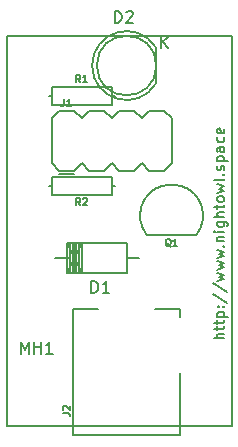
<source format=gbr>
%TF.GenerationSoftware,KiCad,Pcbnew,4.0.2+dfsg1-stable*%
%TF.CreationDate,2018-09-12T10:27:24+08:00*%
%TF.ProjectId,aircon board,616972636F6E20626F6172642E6B6963,rev?*%
%TF.FileFunction,Legend,Top*%
%FSLAX46Y46*%
G04 Gerber Fmt 4.6, Leading zero omitted, Abs format (unit mm)*
G04 Created by KiCad (PCBNEW 4.0.2+dfsg1-stable) date Wednesday, 12 September, 2018 10:27:24 AM +08*
%MOMM*%
G01*
G04 APERTURE LIST*
%ADD10C,2.000000*%
%ADD11C,0.150000*%
%ADD12C,0.203200*%
%ADD13C,0.127000*%
G04 APERTURE END LIST*
D10*
D11*
X177191143Y-91675429D02*
X176291143Y-91675429D01*
X177191143Y-91289715D02*
X176719714Y-91289715D01*
X176634000Y-91332572D01*
X176591143Y-91418286D01*
X176591143Y-91546858D01*
X176634000Y-91632572D01*
X176676857Y-91675429D01*
X176591143Y-90989715D02*
X176591143Y-90646858D01*
X176291143Y-90861143D02*
X177062571Y-90861143D01*
X177148286Y-90818286D01*
X177191143Y-90732572D01*
X177191143Y-90646858D01*
X176591143Y-90475429D02*
X176591143Y-90132572D01*
X176291143Y-90346857D02*
X177062571Y-90346857D01*
X177148286Y-90304000D01*
X177191143Y-90218286D01*
X177191143Y-90132572D01*
X176591143Y-89832571D02*
X177491143Y-89832571D01*
X176634000Y-89832571D02*
X176591143Y-89746857D01*
X176591143Y-89575428D01*
X176634000Y-89489714D01*
X176676857Y-89446857D01*
X176762571Y-89404000D01*
X177019714Y-89404000D01*
X177105429Y-89446857D01*
X177148286Y-89489714D01*
X177191143Y-89575428D01*
X177191143Y-89746857D01*
X177148286Y-89832571D01*
X177105429Y-89018285D02*
X177148286Y-88975428D01*
X177191143Y-89018285D01*
X177148286Y-89061142D01*
X177105429Y-89018285D01*
X177191143Y-89018285D01*
X176634000Y-89018285D02*
X176676857Y-88975428D01*
X176719714Y-89018285D01*
X176676857Y-89061142D01*
X176634000Y-89018285D01*
X176719714Y-89018285D01*
X176248286Y-87946857D02*
X177405429Y-88718286D01*
X176248286Y-87004000D02*
X177405429Y-87775429D01*
X176591143Y-86789715D02*
X177191143Y-86618286D01*
X176762571Y-86446857D01*
X177191143Y-86275429D01*
X176591143Y-86104000D01*
X176591143Y-85846858D02*
X177191143Y-85675429D01*
X176762571Y-85504000D01*
X177191143Y-85332572D01*
X176591143Y-85161143D01*
X176591143Y-84904001D02*
X177191143Y-84732572D01*
X176762571Y-84561143D01*
X177191143Y-84389715D01*
X176591143Y-84218286D01*
X177105429Y-83875429D02*
X177148286Y-83832572D01*
X177191143Y-83875429D01*
X177148286Y-83918286D01*
X177105429Y-83875429D01*
X177191143Y-83875429D01*
X176591143Y-83446858D02*
X177191143Y-83446858D01*
X176676857Y-83446858D02*
X176634000Y-83404001D01*
X176591143Y-83318287D01*
X176591143Y-83189715D01*
X176634000Y-83104001D01*
X176719714Y-83061144D01*
X177191143Y-83061144D01*
X177191143Y-82632572D02*
X176591143Y-82632572D01*
X176291143Y-82632572D02*
X176334000Y-82675429D01*
X176376857Y-82632572D01*
X176334000Y-82589715D01*
X176291143Y-82632572D01*
X176376857Y-82632572D01*
X176591143Y-81818287D02*
X177319714Y-81818287D01*
X177405429Y-81861144D01*
X177448286Y-81904001D01*
X177491143Y-81989716D01*
X177491143Y-82118287D01*
X177448286Y-82204001D01*
X177148286Y-81818287D02*
X177191143Y-81904001D01*
X177191143Y-82075430D01*
X177148286Y-82161144D01*
X177105429Y-82204001D01*
X177019714Y-82246858D01*
X176762571Y-82246858D01*
X176676857Y-82204001D01*
X176634000Y-82161144D01*
X176591143Y-82075430D01*
X176591143Y-81904001D01*
X176634000Y-81818287D01*
X177191143Y-81389715D02*
X176291143Y-81389715D01*
X177191143Y-81004001D02*
X176719714Y-81004001D01*
X176634000Y-81046858D01*
X176591143Y-81132572D01*
X176591143Y-81261144D01*
X176634000Y-81346858D01*
X176676857Y-81389715D01*
X176591143Y-80704001D02*
X176591143Y-80361144D01*
X176291143Y-80575429D02*
X177062571Y-80575429D01*
X177148286Y-80532572D01*
X177191143Y-80446858D01*
X177191143Y-80361144D01*
X177191143Y-79932572D02*
X177148286Y-80018286D01*
X177105429Y-80061143D01*
X177019714Y-80104000D01*
X176762571Y-80104000D01*
X176676857Y-80061143D01*
X176634000Y-80018286D01*
X176591143Y-79932572D01*
X176591143Y-79804000D01*
X176634000Y-79718286D01*
X176676857Y-79675429D01*
X176762571Y-79632572D01*
X177019714Y-79632572D01*
X177105429Y-79675429D01*
X177148286Y-79718286D01*
X177191143Y-79804000D01*
X177191143Y-79932572D01*
X176591143Y-79332572D02*
X177191143Y-79161143D01*
X176762571Y-78989714D01*
X177191143Y-78818286D01*
X176591143Y-78646857D01*
X177191143Y-78175429D02*
X177148286Y-78261143D01*
X177062571Y-78304000D01*
X176291143Y-78304000D01*
X177105429Y-77832571D02*
X177148286Y-77789714D01*
X177191143Y-77832571D01*
X177148286Y-77875428D01*
X177105429Y-77832571D01*
X177191143Y-77832571D01*
X177148286Y-77446857D02*
X177191143Y-77361143D01*
X177191143Y-77189715D01*
X177148286Y-77104000D01*
X177062571Y-77061143D01*
X177019714Y-77061143D01*
X176934000Y-77104000D01*
X176891143Y-77189715D01*
X176891143Y-77318286D01*
X176848286Y-77404000D01*
X176762571Y-77446857D01*
X176719714Y-77446857D01*
X176634000Y-77404000D01*
X176591143Y-77318286D01*
X176591143Y-77189715D01*
X176634000Y-77104000D01*
X176591143Y-76675429D02*
X177491143Y-76675429D01*
X176634000Y-76675429D02*
X176591143Y-76589715D01*
X176591143Y-76418286D01*
X176634000Y-76332572D01*
X176676857Y-76289715D01*
X176762571Y-76246858D01*
X177019714Y-76246858D01*
X177105429Y-76289715D01*
X177148286Y-76332572D01*
X177191143Y-76418286D01*
X177191143Y-76589715D01*
X177148286Y-76675429D01*
X177191143Y-75475429D02*
X176719714Y-75475429D01*
X176634000Y-75518286D01*
X176591143Y-75604000D01*
X176591143Y-75775429D01*
X176634000Y-75861143D01*
X177148286Y-75475429D02*
X177191143Y-75561143D01*
X177191143Y-75775429D01*
X177148286Y-75861143D01*
X177062571Y-75904000D01*
X176976857Y-75904000D01*
X176891143Y-75861143D01*
X176848286Y-75775429D01*
X176848286Y-75561143D01*
X176805429Y-75475429D01*
X177148286Y-74661143D02*
X177191143Y-74746857D01*
X177191143Y-74918286D01*
X177148286Y-75004000D01*
X177105429Y-75046857D01*
X177019714Y-75089714D01*
X176762571Y-75089714D01*
X176676857Y-75046857D01*
X176634000Y-75004000D01*
X176591143Y-74918286D01*
X176591143Y-74746857D01*
X176634000Y-74661143D01*
X177148286Y-73932571D02*
X177191143Y-74018285D01*
X177191143Y-74189714D01*
X177148286Y-74275428D01*
X177062571Y-74318285D01*
X176719714Y-74318285D01*
X176634000Y-74275428D01*
X176591143Y-74189714D01*
X176591143Y-74018285D01*
X176634000Y-73932571D01*
X176719714Y-73889714D01*
X176805429Y-73889714D01*
X176891143Y-74318285D01*
X158750000Y-99060000D02*
X158750000Y-66040000D01*
X177800000Y-99060000D02*
X158750000Y-99060000D01*
X177800000Y-66040000D02*
X177800000Y-99060000D01*
X158750000Y-66040000D02*
X177800000Y-66040000D01*
X168910000Y-84833460D02*
X169926000Y-84833460D01*
X164084000Y-84833460D02*
X162814000Y-84833460D01*
X164338000Y-83563460D02*
X164338000Y-86103460D01*
X164592000Y-83563460D02*
X164592000Y-86103460D01*
X164846000Y-83563460D02*
X164846000Y-86103460D01*
X164084000Y-83563460D02*
X164084000Y-86103460D01*
X165100000Y-83563460D02*
X163830000Y-86103460D01*
X163830000Y-83563460D02*
X165100000Y-86103460D01*
X165100000Y-83563460D02*
X165100000Y-86103460D01*
X164465000Y-83563460D02*
X164465000Y-86103460D01*
X163830000Y-86103460D02*
X163830000Y-83563460D01*
X163830000Y-83563460D02*
X168910000Y-83563460D01*
X168910000Y-83563460D02*
X168910000Y-86103460D01*
X168910000Y-86103460D02*
X163830000Y-86103460D01*
X171394888Y-67055096D02*
G75*
G03X171410000Y-70080000I-2484888J-1524904D01*
G01*
X171410000Y-67080000D02*
X171410000Y-70080000D01*
X171427936Y-68580000D02*
G75*
G03X171427936Y-68580000I-2517936J0D01*
G01*
D12*
X162560000Y-76835000D02*
X163195000Y-77470000D01*
X164465000Y-77470000D02*
X165100000Y-76835000D01*
X165100000Y-76835000D02*
X165735000Y-77470000D01*
X167005000Y-77470000D02*
X167640000Y-76835000D01*
X167640000Y-76835000D02*
X168275000Y-77470000D01*
X169545000Y-77470000D02*
X170180000Y-76835000D01*
X170180000Y-76835000D02*
X170815000Y-77470000D01*
X172085000Y-77470000D02*
X172720000Y-76835000D01*
X162560000Y-76835000D02*
X162560000Y-73025000D01*
X162560000Y-73025000D02*
X163195000Y-72390000D01*
X163195000Y-72390000D02*
X164465000Y-72390000D01*
X164465000Y-72390000D02*
X165100000Y-73025000D01*
X165100000Y-73025000D02*
X165735000Y-72390000D01*
X165735000Y-72390000D02*
X167005000Y-72390000D01*
X167005000Y-72390000D02*
X167640000Y-73025000D01*
X167640000Y-73025000D02*
X168275000Y-72390000D01*
X168275000Y-72390000D02*
X169545000Y-72390000D01*
X169545000Y-72390000D02*
X170180000Y-73025000D01*
X170180000Y-73025000D02*
X170815000Y-72390000D01*
X170815000Y-72390000D02*
X172085000Y-72390000D01*
X172085000Y-72390000D02*
X172720000Y-73025000D01*
X172720000Y-73025000D02*
X172720000Y-76835000D01*
X170815000Y-77470000D02*
X172085000Y-77470000D01*
X168275000Y-77470000D02*
X169545000Y-77470000D01*
X165735000Y-77470000D02*
X167005000Y-77470000D01*
X163195000Y-77470000D02*
X164465000Y-77470000D01*
X163195000Y-77724000D02*
X164465000Y-77724000D01*
X164465000Y-77724000D02*
X163195000Y-77724000D01*
X162560000Y-76835000D02*
X163195000Y-77470000D01*
X162560000Y-76835000D02*
X162560000Y-73025000D01*
X162560000Y-73025000D02*
X163195000Y-72390000D01*
X162560000Y-70358000D02*
X167640000Y-70358000D01*
X167640000Y-70358000D02*
X167640000Y-71120000D01*
X167640000Y-71120000D02*
X167640000Y-71882000D01*
X167640000Y-71882000D02*
X162560000Y-71882000D01*
X162560000Y-71882000D02*
X162560000Y-71120000D01*
X162560000Y-71120000D02*
X162560000Y-70358000D01*
X167640000Y-71120000D02*
X167894000Y-71120000D01*
X162560000Y-71120000D02*
X162306000Y-71120000D01*
X167640000Y-79502000D02*
X162560000Y-79502000D01*
X162560000Y-79502000D02*
X162560000Y-78740000D01*
X162560000Y-78740000D02*
X162560000Y-77978000D01*
X162560000Y-77978000D02*
X167640000Y-77978000D01*
X167640000Y-77978000D02*
X167640000Y-78740000D01*
X167640000Y-78740000D02*
X167640000Y-79502000D01*
X162560000Y-78740000D02*
X162306000Y-78740000D01*
X167640000Y-78740000D02*
X167894000Y-78740000D01*
X170627040Y-82931000D02*
X174812960Y-82931000D01*
X171928709Y-78734388D02*
G75*
G03X170627040Y-82931000I791291J-2545612D01*
G01*
X174817139Y-82925715D02*
G75*
G03X173504860Y-78732380I-2097139J1645715D01*
G01*
X174622186Y-79372592D02*
G75*
G03X173355000Y-78740000I-1902186J-2224908D01*
G01*
X173353499Y-78739667D02*
G75*
G03X170815000Y-79375000I-633499J-2857833D01*
G01*
X173408340Y-89171780D02*
X171307760Y-89171780D01*
X173408340Y-99870260D02*
X173408340Y-94571820D01*
X173408340Y-89171780D02*
X173408340Y-89870280D01*
X164411660Y-99870260D02*
X164411660Y-89171780D01*
X164411660Y-89171780D02*
X166512240Y-89171780D01*
X164411660Y-99870260D02*
X173408340Y-99870260D01*
D11*
X165939245Y-87825841D02*
X165939245Y-86825841D01*
X166177340Y-86825841D01*
X166320198Y-86873460D01*
X166415436Y-86968698D01*
X166463055Y-87063936D01*
X166510674Y-87254412D01*
X166510674Y-87397270D01*
X166463055Y-87587746D01*
X166415436Y-87682984D01*
X166320198Y-87778222D01*
X166177340Y-87825841D01*
X165939245Y-87825841D01*
X167463055Y-87825841D02*
X166891626Y-87825841D01*
X167177340Y-87825841D02*
X167177340Y-86825841D01*
X167082102Y-86968698D01*
X166986864Y-87063936D01*
X166891626Y-87111555D01*
X167917905Y-64968381D02*
X167917905Y-63968381D01*
X168156000Y-63968381D01*
X168298858Y-64016000D01*
X168394096Y-64111238D01*
X168441715Y-64206476D01*
X168489334Y-64396952D01*
X168489334Y-64539810D01*
X168441715Y-64730286D01*
X168394096Y-64825524D01*
X168298858Y-64920762D01*
X168156000Y-64968381D01*
X167917905Y-64968381D01*
X168870286Y-64063619D02*
X168917905Y-64016000D01*
X169013143Y-63968381D01*
X169251239Y-63968381D01*
X169346477Y-64016000D01*
X169394096Y-64063619D01*
X169441715Y-64158857D01*
X169441715Y-64254095D01*
X169394096Y-64396952D01*
X168822667Y-64968381D01*
X169441715Y-64968381D01*
X171823095Y-67127381D02*
X171823095Y-66127381D01*
X172394524Y-67127381D02*
X171965952Y-66555952D01*
X172394524Y-66127381D02*
X171823095Y-66698810D01*
D13*
X163626800Y-71421171D02*
X163626800Y-71856600D01*
X163597772Y-71943686D01*
X163539715Y-72001743D01*
X163452629Y-72030771D01*
X163394572Y-72030771D01*
X164236400Y-72030771D02*
X163888057Y-72030771D01*
X164062229Y-72030771D02*
X164062229Y-71421171D01*
X164004172Y-71508257D01*
X163946114Y-71566314D01*
X163888057Y-71595343D01*
X164998401Y-69998771D02*
X164795201Y-69708486D01*
X164650058Y-69998771D02*
X164650058Y-69389171D01*
X164882286Y-69389171D01*
X164940344Y-69418200D01*
X164969372Y-69447229D01*
X164998401Y-69505286D01*
X164998401Y-69592371D01*
X164969372Y-69650429D01*
X164940344Y-69679457D01*
X164882286Y-69708486D01*
X164650058Y-69708486D01*
X165578972Y-69998771D02*
X165230629Y-69998771D01*
X165404801Y-69998771D02*
X165404801Y-69389171D01*
X165346744Y-69476257D01*
X165288686Y-69534314D01*
X165230629Y-69563343D01*
X164998401Y-80412771D02*
X164795201Y-80122486D01*
X164650058Y-80412771D02*
X164650058Y-79803171D01*
X164882286Y-79803171D01*
X164940344Y-79832200D01*
X164969372Y-79861229D01*
X164998401Y-79919286D01*
X164998401Y-80006371D01*
X164969372Y-80064429D01*
X164940344Y-80093457D01*
X164882286Y-80122486D01*
X164650058Y-80122486D01*
X165230629Y-79861229D02*
X165259658Y-79832200D01*
X165317715Y-79803171D01*
X165462858Y-79803171D01*
X165520915Y-79832200D01*
X165549944Y-79861229D01*
X165578972Y-79919286D01*
X165578972Y-79977343D01*
X165549944Y-80064429D01*
X165201601Y-80412771D01*
X165578972Y-80412771D01*
X172661943Y-83899829D02*
X172603886Y-83870800D01*
X172545829Y-83812743D01*
X172458743Y-83725657D01*
X172400686Y-83696629D01*
X172342629Y-83696629D01*
X172371657Y-83841771D02*
X172313600Y-83812743D01*
X172255543Y-83754686D01*
X172226514Y-83638571D01*
X172226514Y-83435371D01*
X172255543Y-83319257D01*
X172313600Y-83261200D01*
X172371657Y-83232171D01*
X172487771Y-83232171D01*
X172545829Y-83261200D01*
X172603886Y-83319257D01*
X172632914Y-83435371D01*
X172632914Y-83638571D01*
X172603886Y-83754686D01*
X172545829Y-83812743D01*
X172487771Y-83841771D01*
X172371657Y-83841771D01*
X173213486Y-83841771D02*
X172865143Y-83841771D01*
X173039315Y-83841771D02*
X173039315Y-83232171D01*
X172981258Y-83319257D01*
X172923200Y-83377314D01*
X172865143Y-83406343D01*
X163496171Y-97993200D02*
X163931600Y-97993200D01*
X164018686Y-98022228D01*
X164076743Y-98080285D01*
X164105771Y-98167371D01*
X164105771Y-98225428D01*
X163554229Y-97731943D02*
X163525200Y-97702914D01*
X163496171Y-97644857D01*
X163496171Y-97499714D01*
X163525200Y-97441657D01*
X163554229Y-97412628D01*
X163612286Y-97383600D01*
X163670343Y-97383600D01*
X163757429Y-97412628D01*
X164105771Y-97760971D01*
X164105771Y-97383600D01*
D11*
X159956667Y-92971881D02*
X159956667Y-91971881D01*
X160290001Y-92686167D01*
X160623334Y-91971881D01*
X160623334Y-92971881D01*
X161099524Y-92971881D02*
X161099524Y-91971881D01*
X161099524Y-92448071D02*
X161670953Y-92448071D01*
X161670953Y-92971881D02*
X161670953Y-91971881D01*
X162670953Y-92971881D02*
X162099524Y-92971881D01*
X162385238Y-92971881D02*
X162385238Y-91971881D01*
X162290000Y-92114738D01*
X162194762Y-92209976D01*
X162099524Y-92257595D01*
M02*

</source>
